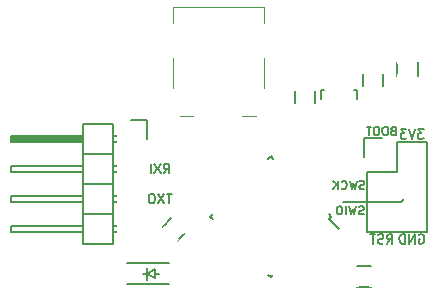
<source format=gbr>
G04 #@! TF.FileFunction,Legend,Bot*
%FSLAX46Y46*%
G04 Gerber Fmt 4.6, Leading zero omitted, Abs format (unit mm)*
G04 Created by KiCad (PCBNEW (2015-10-03 BZR 6242)-product) date Sat 14 Nov 2015 03:55:45 PM EET*
%MOMM*%
G01*
G04 APERTURE LIST*
%ADD10C,0.100000*%
%ADD11C,0.200000*%
%ADD12C,0.175000*%
%ADD13C,0.150000*%
%ADD14C,0.001000*%
%ADD15R,1.900000X1.700000*%
%ADD16R,1.510000X1.620000*%
%ADD17R,2.398980X2.899360*%
%ADD18C,1.309320*%
%ADD19R,0.900380X2.901240*%
%ADD20R,2.127200X2.127200*%
%ADD21O,2.127200X2.127200*%
%ADD22R,2.432000X2.432000*%
%ADD23O,2.432000X2.432000*%
%ADD24R,1.650000X1.900000*%
%ADD25R,2.432000X2.127200*%
%ADD26O,2.432000X2.127200*%
%ADD27R,1.700000X1.900000*%
%ADD28R,1.200100X2.200860*%
G04 APERTURE END LIST*
D10*
D11*
X156718000Y-108839000D02*
X156718000Y-110109000D01*
X159639000Y-108839000D02*
X154686000Y-108839000D01*
X159893000Y-108585000D02*
X159639000Y-108839000D01*
D12*
X156454333Y-109884333D02*
X156354333Y-109917667D01*
X156187666Y-109917667D01*
X156120999Y-109884333D01*
X156087666Y-109851000D01*
X156054333Y-109784333D01*
X156054333Y-109717667D01*
X156087666Y-109651000D01*
X156120999Y-109617667D01*
X156187666Y-109584333D01*
X156320999Y-109551000D01*
X156387666Y-109517667D01*
X156420999Y-109484333D01*
X156454333Y-109417667D01*
X156454333Y-109351000D01*
X156420999Y-109284333D01*
X156387666Y-109251000D01*
X156320999Y-109217667D01*
X156154333Y-109217667D01*
X156054333Y-109251000D01*
X155820999Y-109217667D02*
X155654332Y-109917667D01*
X155520999Y-109417667D01*
X155387666Y-109917667D01*
X155220999Y-109217667D01*
X154954332Y-109917667D02*
X154954332Y-109217667D01*
X154487666Y-109217667D02*
X154354333Y-109217667D01*
X154287666Y-109251000D01*
X154220999Y-109317667D01*
X154187666Y-109451000D01*
X154187666Y-109684333D01*
X154220999Y-109817667D01*
X154287666Y-109884333D01*
X154354333Y-109917667D01*
X154487666Y-109917667D01*
X154554333Y-109884333D01*
X154620999Y-109817667D01*
X154654333Y-109684333D01*
X154654333Y-109451000D01*
X154620999Y-109317667D01*
X154554333Y-109251000D01*
X154487666Y-109217667D01*
X156494000Y-107725333D02*
X156394000Y-107758667D01*
X156227333Y-107758667D01*
X156160666Y-107725333D01*
X156127333Y-107692000D01*
X156094000Y-107625333D01*
X156094000Y-107558667D01*
X156127333Y-107492000D01*
X156160666Y-107458667D01*
X156227333Y-107425333D01*
X156360666Y-107392000D01*
X156427333Y-107358667D01*
X156460666Y-107325333D01*
X156494000Y-107258667D01*
X156494000Y-107192000D01*
X156460666Y-107125333D01*
X156427333Y-107092000D01*
X156360666Y-107058667D01*
X156194000Y-107058667D01*
X156094000Y-107092000D01*
X155860666Y-107058667D02*
X155693999Y-107758667D01*
X155560666Y-107258667D01*
X155427333Y-107758667D01*
X155260666Y-107058667D01*
X154593999Y-107692000D02*
X154627333Y-107725333D01*
X154727333Y-107758667D01*
X154793999Y-107758667D01*
X154893999Y-107725333D01*
X154960666Y-107658667D01*
X154993999Y-107592000D01*
X155027333Y-107458667D01*
X155027333Y-107358667D01*
X154993999Y-107225333D01*
X154960666Y-107158667D01*
X154893999Y-107092000D01*
X154793999Y-107058667D01*
X154727333Y-107058667D01*
X154627333Y-107092000D01*
X154593999Y-107125333D01*
X154293999Y-107758667D02*
X154293999Y-107058667D01*
X153893999Y-107758667D02*
X154193999Y-107358667D01*
X153893999Y-107058667D02*
X154293999Y-107458667D01*
D11*
X161518476Y-102685905D02*
X161023238Y-102685905D01*
X161289905Y-102990667D01*
X161175619Y-102990667D01*
X161099429Y-103028762D01*
X161061333Y-103066857D01*
X161023238Y-103143048D01*
X161023238Y-103333524D01*
X161061333Y-103409714D01*
X161099429Y-103447810D01*
X161175619Y-103485905D01*
X161404191Y-103485905D01*
X161480381Y-103447810D01*
X161518476Y-103409714D01*
X160794667Y-102685905D02*
X160528000Y-103485905D01*
X160261333Y-102685905D01*
X160070857Y-102685905D02*
X159575619Y-102685905D01*
X159842286Y-102990667D01*
X159728000Y-102990667D01*
X159651810Y-103028762D01*
X159613714Y-103066857D01*
X159575619Y-103143048D01*
X159575619Y-103333524D01*
X159613714Y-103409714D01*
X159651810Y-103447810D01*
X159728000Y-103485905D01*
X159956572Y-103485905D01*
X160032762Y-103447810D01*
X160070857Y-103409714D01*
D13*
X158937999Y-102820000D02*
X158837999Y-102853333D01*
X158804666Y-102886667D01*
X158771332Y-102953333D01*
X158771332Y-103053333D01*
X158804666Y-103120000D01*
X158837999Y-103153333D01*
X158904666Y-103186667D01*
X159171332Y-103186667D01*
X159171332Y-102486667D01*
X158937999Y-102486667D01*
X158871332Y-102520000D01*
X158837999Y-102553333D01*
X158804666Y-102620000D01*
X158804666Y-102686667D01*
X158837999Y-102753333D01*
X158871332Y-102786667D01*
X158937999Y-102820000D01*
X159171332Y-102820000D01*
X158337999Y-102486667D02*
X158204666Y-102486667D01*
X158137999Y-102520000D01*
X158071332Y-102586667D01*
X158037999Y-102720000D01*
X158037999Y-102953333D01*
X158071332Y-103086667D01*
X158137999Y-103153333D01*
X158204666Y-103186667D01*
X158337999Y-103186667D01*
X158404666Y-103153333D01*
X158471332Y-103086667D01*
X158504666Y-102953333D01*
X158504666Y-102720000D01*
X158471332Y-102586667D01*
X158404666Y-102520000D01*
X158337999Y-102486667D01*
X157604666Y-102486667D02*
X157471333Y-102486667D01*
X157404666Y-102520000D01*
X157337999Y-102586667D01*
X157304666Y-102720000D01*
X157304666Y-102953333D01*
X157337999Y-103086667D01*
X157404666Y-103153333D01*
X157471333Y-103186667D01*
X157604666Y-103186667D01*
X157671333Y-103153333D01*
X157737999Y-103086667D01*
X157771333Y-102953333D01*
X157771333Y-102720000D01*
X157737999Y-102586667D01*
X157671333Y-102520000D01*
X157604666Y-102486667D01*
X157104666Y-102486667D02*
X156704666Y-102486667D01*
X156904666Y-103186667D02*
X156904666Y-102486667D01*
D11*
X161137523Y-111614000D02*
X161213714Y-111575905D01*
X161327999Y-111575905D01*
X161442285Y-111614000D01*
X161518476Y-111690190D01*
X161556571Y-111766381D01*
X161594666Y-111918762D01*
X161594666Y-112033048D01*
X161556571Y-112185429D01*
X161518476Y-112261619D01*
X161442285Y-112337810D01*
X161327999Y-112375905D01*
X161251809Y-112375905D01*
X161137523Y-112337810D01*
X161099428Y-112299714D01*
X161099428Y-112033048D01*
X161251809Y-112033048D01*
X160756571Y-112375905D02*
X160756571Y-111575905D01*
X160299428Y-112375905D01*
X160299428Y-111575905D01*
X159918476Y-112375905D02*
X159918476Y-111575905D01*
X159728000Y-111575905D01*
X159613714Y-111614000D01*
X159537523Y-111690190D01*
X159499428Y-111766381D01*
X159461333Y-111918762D01*
X159461333Y-112033048D01*
X159499428Y-112185429D01*
X159537523Y-112261619D01*
X159613714Y-112337810D01*
X159728000Y-112375905D01*
X159918476Y-112375905D01*
X158426095Y-112375905D02*
X158692762Y-111994952D01*
X158883238Y-112375905D02*
X158883238Y-111575905D01*
X158578476Y-111575905D01*
X158502285Y-111614000D01*
X158464190Y-111652095D01*
X158426095Y-111728286D01*
X158426095Y-111842571D01*
X158464190Y-111918762D01*
X158502285Y-111956857D01*
X158578476Y-111994952D01*
X158883238Y-111994952D01*
X158121333Y-112337810D02*
X158007047Y-112375905D01*
X157816571Y-112375905D01*
X157740381Y-112337810D01*
X157702285Y-112299714D01*
X157664190Y-112223524D01*
X157664190Y-112147333D01*
X157702285Y-112071143D01*
X157740381Y-112033048D01*
X157816571Y-111994952D01*
X157968952Y-111956857D01*
X158045143Y-111918762D01*
X158083238Y-111880667D01*
X158121333Y-111804476D01*
X158121333Y-111728286D01*
X158083238Y-111652095D01*
X158045143Y-111614000D01*
X157968952Y-111575905D01*
X157778476Y-111575905D01*
X157664190Y-111614000D01*
X157435619Y-111575905D02*
X156978476Y-111575905D01*
X157207047Y-112375905D02*
X157207047Y-111575905D01*
X139515809Y-106406905D02*
X139782476Y-106025952D01*
X139972952Y-106406905D02*
X139972952Y-105606905D01*
X139668190Y-105606905D01*
X139591999Y-105645000D01*
X139553904Y-105683095D01*
X139515809Y-105759286D01*
X139515809Y-105873571D01*
X139553904Y-105949762D01*
X139591999Y-105987857D01*
X139668190Y-106025952D01*
X139972952Y-106025952D01*
X139249142Y-105606905D02*
X138715809Y-106406905D01*
X138715809Y-105606905D02*
X139249142Y-106406905D01*
X138411047Y-106406905D02*
X138411047Y-105606905D01*
X140220572Y-108146905D02*
X139763429Y-108146905D01*
X139992000Y-108946905D02*
X139992000Y-108146905D01*
X139572952Y-108146905D02*
X139039619Y-108946905D01*
X139039619Y-108146905D02*
X139572952Y-108946905D01*
X138582476Y-108146905D02*
X138430095Y-108146905D01*
X138353904Y-108185000D01*
X138277714Y-108261190D01*
X138239619Y-108413571D01*
X138239619Y-108680238D01*
X138277714Y-108832619D01*
X138353904Y-108908810D01*
X138430095Y-108946905D01*
X138582476Y-108946905D01*
X138658666Y-108908810D01*
X138734857Y-108832619D01*
X138772952Y-108680238D01*
X138772952Y-108413571D01*
X138734857Y-108261190D01*
X138658666Y-108185000D01*
X138582476Y-108146905D01*
D13*
X153716524Y-110109000D02*
X153504392Y-110321132D01*
X148590000Y-104982476D02*
X148377868Y-105194608D01*
X143463476Y-110109000D02*
X143675608Y-109896868D01*
X148590000Y-115235524D02*
X148802132Y-115023392D01*
X153716524Y-110109000D02*
X153504392Y-109896868D01*
X148590000Y-115235524D02*
X148377868Y-115023392D01*
X143463476Y-110109000D02*
X143675608Y-110321132D01*
X148590000Y-104982476D02*
X148802132Y-105194608D01*
X153504392Y-110321132D02*
X154370598Y-111187338D01*
X155911000Y-116064000D02*
X157111000Y-116064000D01*
X157111000Y-114314000D02*
X155911000Y-114314000D01*
X138747500Y-114935000D02*
X139128500Y-114935000D01*
X137731500Y-114935000D02*
X138112500Y-114935000D01*
X138112500Y-114935000D02*
X138747500Y-115316000D01*
X138747500Y-115316000D02*
X138747500Y-114554000D01*
X138747500Y-114554000D02*
X138112500Y-114935000D01*
X138112500Y-115443000D02*
X138112500Y-114427000D01*
X136430000Y-114035000D02*
X139970000Y-114035000D01*
X136430000Y-115835000D02*
X139970000Y-115835000D01*
D14*
X147995640Y-92363620D02*
X140294360Y-92363620D01*
X140294360Y-92363620D02*
X140294360Y-101563500D01*
X140294360Y-101563500D02*
X147995640Y-101563500D01*
X147995640Y-101563500D02*
X147995640Y-92363620D01*
D13*
X156718000Y-111379000D02*
X156718000Y-106299000D01*
X156438000Y-103479000D02*
X156438000Y-105029000D01*
X159258000Y-103759000D02*
X159258000Y-106299000D01*
X159258000Y-106299000D02*
X156718000Y-106299000D01*
X156718000Y-111379000D02*
X161798000Y-111379000D01*
X161798000Y-111379000D02*
X161798000Y-106299000D01*
X156438000Y-103479000D02*
X157988000Y-103479000D01*
X161798000Y-103759000D02*
X159258000Y-103759000D01*
X161798000Y-106299000D02*
X161798000Y-103759000D01*
X158076000Y-98032000D02*
X158076000Y-99032000D01*
X156376000Y-99032000D02*
X156376000Y-98032000D01*
X150661000Y-100449000D02*
X150661000Y-99449000D01*
X152361000Y-99449000D02*
X152361000Y-100449000D01*
X138079000Y-101955000D02*
X138079000Y-103505000D01*
X136779000Y-101955000D02*
X138079000Y-101955000D01*
X132588000Y-103378000D02*
X126746000Y-103378000D01*
X126746000Y-103378000D02*
X126746000Y-103632000D01*
X126746000Y-103632000D02*
X132588000Y-103632000D01*
X132588000Y-103632000D02*
X132588000Y-103505000D01*
X132588000Y-103505000D02*
X126746000Y-103505000D01*
X135255000Y-103251000D02*
X135636000Y-103251000D01*
X135255000Y-103759000D02*
X135636000Y-103759000D01*
X135255000Y-105791000D02*
X135636000Y-105791000D01*
X135255000Y-106299000D02*
X135636000Y-106299000D01*
X135255000Y-108331000D02*
X135636000Y-108331000D01*
X135255000Y-108839000D02*
X135636000Y-108839000D01*
X135255000Y-111379000D02*
X135636000Y-111379000D01*
X135255000Y-110871000D02*
X135636000Y-110871000D01*
X135255000Y-102235000D02*
X132715000Y-102235000D01*
X135255000Y-104775000D02*
X132715000Y-104775000D01*
X135255000Y-104775000D02*
X135255000Y-107315000D01*
X135255000Y-107315000D02*
X132715000Y-107315000D01*
X132715000Y-105791000D02*
X126619000Y-105791000D01*
X126619000Y-105791000D02*
X126619000Y-106299000D01*
X126619000Y-106299000D02*
X132715000Y-106299000D01*
X132715000Y-107315000D02*
X132715000Y-104775000D01*
X132715000Y-104775000D02*
X132715000Y-102235000D01*
X126619000Y-103759000D02*
X132715000Y-103759000D01*
X126619000Y-103251000D02*
X126619000Y-103759000D01*
X132715000Y-103251000D02*
X126619000Y-103251000D01*
X135255000Y-104775000D02*
X132715000Y-104775000D01*
X135255000Y-102235000D02*
X135255000Y-104775000D01*
X135255000Y-109855000D02*
X132715000Y-109855000D01*
X135255000Y-109855000D02*
X135255000Y-112395000D01*
X135255000Y-112395000D02*
X132715000Y-112395000D01*
X132715000Y-110871000D02*
X126619000Y-110871000D01*
X126619000Y-110871000D02*
X126619000Y-111379000D01*
X126619000Y-111379000D02*
X132715000Y-111379000D01*
X132715000Y-112395000D02*
X132715000Y-109855000D01*
X132715000Y-109855000D02*
X132715000Y-107315000D01*
X126619000Y-108839000D02*
X132715000Y-108839000D01*
X126619000Y-108331000D02*
X126619000Y-108839000D01*
X132715000Y-108331000D02*
X126619000Y-108331000D01*
X135255000Y-109855000D02*
X132715000Y-109855000D01*
X135255000Y-107315000D02*
X135255000Y-109855000D01*
X135255000Y-107315000D02*
X132715000Y-107315000D01*
X161022000Y-98183000D02*
X161022000Y-96983000D01*
X159272000Y-96983000D02*
X159272000Y-98183000D01*
X155865820Y-100103940D02*
X155865820Y-99402900D01*
X155865820Y-99402900D02*
X155616900Y-99402900D01*
X153066840Y-99402900D02*
X152866180Y-99402900D01*
X152866180Y-99402900D02*
X152866180Y-100103940D01*
X141365794Y-111448687D02*
X140658687Y-112155794D01*
X139456606Y-110953713D02*
X140163713Y-110246606D01*
%LPC*%
D10*
G36*
X154618085Y-111505536D02*
X153946333Y-112177288D01*
X152673541Y-110904496D01*
X153345293Y-110232744D01*
X154618085Y-111505536D01*
X154618085Y-111505536D01*
G37*
G36*
X150658288Y-115465333D02*
X149986536Y-116137085D01*
X148713744Y-114864293D01*
X149385496Y-114192541D01*
X150658288Y-115465333D01*
X150658288Y-115465333D01*
G37*
G36*
X147193464Y-116137085D02*
X146521712Y-115465333D01*
X147794504Y-114192541D01*
X148466256Y-114864293D01*
X147193464Y-116137085D01*
X147193464Y-116137085D01*
G37*
G36*
X143233667Y-112177288D02*
X142561915Y-111505536D01*
X143834707Y-110232744D01*
X144506459Y-110904496D01*
X143233667Y-112177288D01*
X143233667Y-112177288D01*
G37*
G36*
X144506459Y-109313504D02*
X143834707Y-109985256D01*
X142561915Y-108712464D01*
X143233667Y-108040712D01*
X144506459Y-109313504D01*
X144506459Y-109313504D01*
G37*
G36*
X148466256Y-105353707D02*
X147794504Y-106025459D01*
X146521712Y-104752667D01*
X147193464Y-104080915D01*
X148466256Y-105353707D01*
X148466256Y-105353707D01*
G37*
G36*
X149385496Y-106025459D02*
X148713744Y-105353707D01*
X149986536Y-104080915D01*
X150658288Y-104752667D01*
X149385496Y-106025459D01*
X149385496Y-106025459D01*
G37*
G36*
X153345293Y-109985256D02*
X152673541Y-109313504D01*
X153946333Y-108040712D01*
X154618085Y-108712464D01*
X153345293Y-109985256D01*
X153345293Y-109985256D01*
G37*
G36*
X154052400Y-112071221D02*
X153380648Y-112742973D01*
X152107856Y-111470181D01*
X152779608Y-110798429D01*
X154052400Y-112071221D01*
X154052400Y-112071221D01*
G37*
G36*
X153486715Y-112636906D02*
X152814963Y-113308658D01*
X151542171Y-112035866D01*
X152213923Y-111364114D01*
X153486715Y-112636906D01*
X153486715Y-112636906D01*
G37*
G36*
X152921029Y-113202592D02*
X152249277Y-113874344D01*
X150976485Y-112601552D01*
X151648237Y-111929800D01*
X152921029Y-113202592D01*
X152921029Y-113202592D01*
G37*
G36*
X152355344Y-113768277D02*
X151683592Y-114440029D01*
X150410800Y-113167237D01*
X151082552Y-112495485D01*
X152355344Y-113768277D01*
X152355344Y-113768277D01*
G37*
G36*
X151789658Y-114333963D02*
X151117906Y-115005715D01*
X149845114Y-113732923D01*
X150516866Y-113061171D01*
X151789658Y-114333963D01*
X151789658Y-114333963D01*
G37*
G36*
X151223973Y-114899648D02*
X150552221Y-115571400D01*
X149279429Y-114298608D01*
X149951181Y-113626856D01*
X151223973Y-114899648D01*
X151223973Y-114899648D01*
G37*
G36*
X146627779Y-115571400D02*
X145956027Y-114899648D01*
X147228819Y-113626856D01*
X147900571Y-114298608D01*
X146627779Y-115571400D01*
X146627779Y-115571400D01*
G37*
G36*
X146062094Y-115005715D02*
X145390342Y-114333963D01*
X146663134Y-113061171D01*
X147334886Y-113732923D01*
X146062094Y-115005715D01*
X146062094Y-115005715D01*
G37*
G36*
X145496408Y-114440029D02*
X144824656Y-113768277D01*
X146097448Y-112495485D01*
X146769200Y-113167237D01*
X145496408Y-114440029D01*
X145496408Y-114440029D01*
G37*
G36*
X144930723Y-113874344D02*
X144258971Y-113202592D01*
X145531763Y-111929800D01*
X146203515Y-112601552D01*
X144930723Y-113874344D01*
X144930723Y-113874344D01*
G37*
G36*
X144365037Y-113308658D02*
X143693285Y-112636906D01*
X144966077Y-111364114D01*
X145637829Y-112035866D01*
X144365037Y-113308658D01*
X144365037Y-113308658D01*
G37*
G36*
X143799352Y-112742973D02*
X143127600Y-112071221D01*
X144400392Y-110798429D01*
X145072144Y-111470181D01*
X143799352Y-112742973D01*
X143799352Y-112742973D01*
G37*
G36*
X145072144Y-108747819D02*
X144400392Y-109419571D01*
X143127600Y-108146779D01*
X143799352Y-107475027D01*
X145072144Y-108747819D01*
X145072144Y-108747819D01*
G37*
G36*
X145637829Y-108182134D02*
X144966077Y-108853886D01*
X143693285Y-107581094D01*
X144365037Y-106909342D01*
X145637829Y-108182134D01*
X145637829Y-108182134D01*
G37*
G36*
X146203515Y-107616448D02*
X145531763Y-108288200D01*
X144258971Y-107015408D01*
X144930723Y-106343656D01*
X146203515Y-107616448D01*
X146203515Y-107616448D01*
G37*
G36*
X146769200Y-107050763D02*
X146097448Y-107722515D01*
X144824656Y-106449723D01*
X145496408Y-105777971D01*
X146769200Y-107050763D01*
X146769200Y-107050763D01*
G37*
G36*
X147334886Y-106485077D02*
X146663134Y-107156829D01*
X145390342Y-105884037D01*
X146062094Y-105212285D01*
X147334886Y-106485077D01*
X147334886Y-106485077D01*
G37*
G36*
X147900571Y-105919392D02*
X147228819Y-106591144D01*
X145956027Y-105318352D01*
X146627779Y-104646600D01*
X147900571Y-105919392D01*
X147900571Y-105919392D01*
G37*
G36*
X149951181Y-106591144D02*
X149279429Y-105919392D01*
X150552221Y-104646600D01*
X151223973Y-105318352D01*
X149951181Y-106591144D01*
X149951181Y-106591144D01*
G37*
G36*
X150516866Y-107156829D02*
X149845114Y-106485077D01*
X151117906Y-105212285D01*
X151789658Y-105884037D01*
X150516866Y-107156829D01*
X150516866Y-107156829D01*
G37*
G36*
X151082552Y-107722515D02*
X150410800Y-107050763D01*
X151683592Y-105777971D01*
X152355344Y-106449723D01*
X151082552Y-107722515D01*
X151082552Y-107722515D01*
G37*
G36*
X151648237Y-108288200D02*
X150976485Y-107616448D01*
X152249277Y-106343656D01*
X152921029Y-107015408D01*
X151648237Y-108288200D01*
X151648237Y-108288200D01*
G37*
G36*
X152213923Y-108853886D02*
X151542171Y-108182134D01*
X152814963Y-106909342D01*
X153486715Y-107581094D01*
X152213923Y-108853886D01*
X152213923Y-108853886D01*
G37*
G36*
X152779608Y-109419571D02*
X152107856Y-108747819D01*
X153380648Y-107475027D01*
X154052400Y-108146779D01*
X152779608Y-109419571D01*
X152779608Y-109419571D01*
G37*
D15*
X157861000Y-115189000D03*
X155161000Y-115189000D03*
D16*
X136695000Y-114935000D03*
X140165000Y-114935000D03*
D17*
X139694920Y-95264300D03*
X139694920Y-100763400D03*
X148595080Y-100763400D03*
X148595080Y-95264300D03*
D18*
X141945360Y-98264040D03*
X146344640Y-98264040D03*
D19*
X145745200Y-100965000D03*
X144945100Y-100965000D03*
X144145000Y-100965000D03*
X143344900Y-100965000D03*
X142544800Y-100965000D03*
D20*
X157988000Y-105029000D03*
D21*
X160528000Y-105029000D03*
X157988000Y-107569000D03*
X160528000Y-107569000D03*
X157988000Y-110109000D03*
X160528000Y-110109000D03*
D22*
X152654000Y-95250000D03*
D23*
X155194000Y-95250000D03*
D20*
X160020000Y-120650000D03*
D21*
X160020000Y-118110000D03*
X157480000Y-120650000D03*
X157480000Y-118110000D03*
X154940000Y-120650000D03*
X154940000Y-118110000D03*
X152400000Y-120650000D03*
X152400000Y-118110000D03*
X149860000Y-120650000D03*
X149860000Y-118110000D03*
X147320000Y-120650000D03*
X147320000Y-118110000D03*
X144780000Y-120650000D03*
X144780000Y-118110000D03*
X142240000Y-120650000D03*
X142240000Y-118110000D03*
X139700000Y-120650000D03*
X139700000Y-118110000D03*
X137160000Y-120650000D03*
X137160000Y-118110000D03*
D24*
X157226000Y-99782000D03*
X157226000Y-97282000D03*
X151511000Y-98699000D03*
X151511000Y-101199000D03*
D25*
X136779000Y-103505000D03*
D26*
X136779000Y-106045000D03*
X136779000Y-108585000D03*
X136779000Y-111125000D03*
D27*
X160147000Y-96233000D03*
X160147000Y-98933000D03*
D28*
X155316000Y-101554280D03*
X153416000Y-101554280D03*
X154366000Y-98552000D03*
D10*
G36*
X139438929Y-113340198D02*
X138272202Y-112173471D01*
X139615705Y-110829968D01*
X140782432Y-111996695D01*
X139438929Y-113340198D01*
X139438929Y-113340198D01*
G37*
G36*
X141206695Y-111572432D02*
X140039968Y-110405705D01*
X141383471Y-109062202D01*
X142550198Y-110228929D01*
X141206695Y-111572432D01*
X141206695Y-111572432D01*
G37*
M02*

</source>
